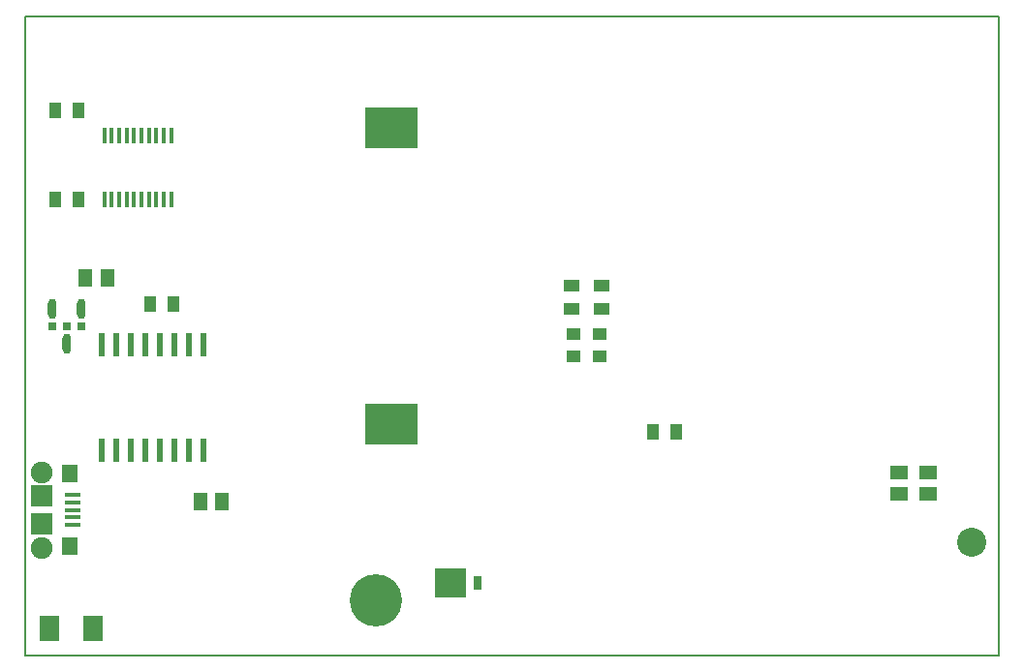
<source format=gbp>
G04 (created by PCBNEW (2013-03-15 BZR 4003)-stable) date 14-Jun-13 12:24:43 PM*
%MOIN*%
G04 Gerber Fmt 3.4, Leading zero omitted, Abs format*
%FSLAX34Y34*%
G01*
G70*
G90*
G04 APERTURE LIST*
%ADD10C,2.3622e-006*%
%ADD11C,0.005*%
%ADD12R,0.07X0.0875*%
%ADD13R,0.0165X0.0579*%
%ADD14R,0.0512X0.059*%
%ADD15R,0.042X0.056*%
%ADD16R,0.056X0.042*%
%ADD17R,0.059X0.0512*%
%ADD18R,0.0512X0.0413*%
%ADD19R,0.0236X0.0787*%
%ADD20R,0.18X0.14*%
%ADD21R,0.054X0.016*%
%ADD22R,0.056X0.063*%
%ADD23R,0.075X0.075*%
%ADD24C,0.075*%
%ADD25R,0.105X0.1*%
%ADD26R,0.03X0.05*%
%ADD27O,0.03X0.07*%
%ADD28R,0.03X0.03*%
%ADD29C,0.18*%
%ADD30C,0.1*%
G04 APERTURE END LIST*
G54D10*
G54D11*
X43500Y-32000D02*
X43500Y-10000D01*
X10000Y-10000D02*
X43500Y-10000D01*
X43500Y-32000D02*
X10000Y-32000D01*
X10000Y-32000D02*
X10000Y-10000D01*
G54D12*
X12325Y-31075D03*
X10825Y-31075D03*
G54D13*
X13747Y-14098D03*
X14003Y-14098D03*
X14259Y-14098D03*
X14515Y-14098D03*
X12983Y-16300D03*
X12979Y-14098D03*
X13235Y-14098D03*
X13491Y-14098D03*
X14771Y-16302D03*
X14515Y-16302D03*
X14259Y-16302D03*
X14003Y-16302D03*
X13747Y-16302D03*
X13491Y-16302D03*
X14771Y-14098D03*
X13235Y-16300D03*
X12723Y-14098D03*
X15027Y-14098D03*
X15027Y-16302D03*
X12723Y-16302D03*
G54D14*
X12075Y-19025D03*
X12825Y-19025D03*
G54D15*
X11025Y-13250D03*
X11825Y-13250D03*
X11025Y-16300D03*
X11825Y-16300D03*
G54D16*
X28800Y-20075D03*
X28800Y-19275D03*
G54D15*
X32400Y-24300D03*
X31600Y-24300D03*
X15100Y-19925D03*
X14300Y-19925D03*
G54D16*
X29850Y-20075D03*
X29850Y-19275D03*
G54D17*
X41075Y-25700D03*
X41075Y-26450D03*
X40075Y-25700D03*
X40075Y-26450D03*
G54D18*
X29775Y-21700D03*
X28875Y-20950D03*
X29775Y-20950D03*
X28875Y-21700D03*
G54D19*
X16125Y-24956D03*
X15625Y-24956D03*
X15125Y-24956D03*
X14625Y-24956D03*
X14125Y-24956D03*
X13625Y-24956D03*
X13125Y-24956D03*
X12625Y-24956D03*
X12625Y-21294D03*
X13125Y-21294D03*
X13625Y-21294D03*
X14125Y-21294D03*
X14625Y-21294D03*
X15125Y-21294D03*
X15625Y-21294D03*
X16125Y-21294D03*
G54D14*
X16775Y-26700D03*
X16025Y-26700D03*
G54D20*
X22600Y-24050D03*
X22600Y-13850D03*
G54D21*
X11625Y-27000D03*
X11625Y-26744D03*
X11625Y-26488D03*
X11625Y-27256D03*
X11625Y-27512D03*
G54D22*
X11525Y-28250D03*
X11525Y-25750D03*
G54D23*
X10575Y-27475D03*
X10575Y-26525D03*
G54D24*
X10575Y-28300D03*
X10575Y-25700D03*
G54D25*
X24650Y-29500D03*
G54D26*
X25575Y-29500D03*
G54D27*
X11950Y-20075D03*
X10950Y-20075D03*
X11450Y-21275D03*
G54D28*
X10950Y-20675D03*
X11450Y-20675D03*
X11950Y-20675D03*
G54D29*
X22075Y-30125D03*
G54D30*
X42575Y-28125D03*
M02*

</source>
